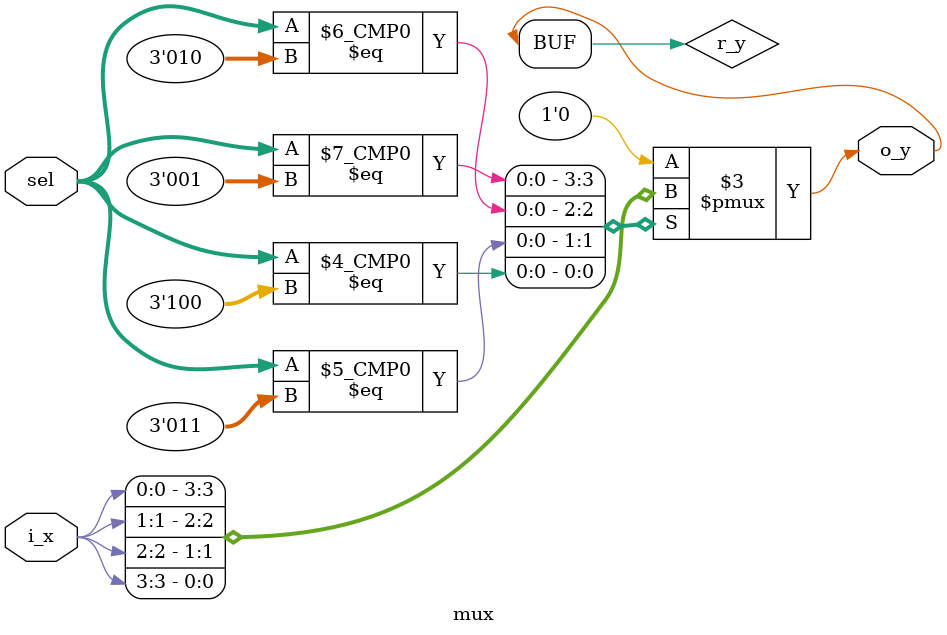
<source format=v>
`timescale 1ns / 1ps

module mux(
    input [3:0] i_x,
    input [2:0] sel,
    output o_y
    );

    reg r_y;
    assign o_y = r_y;

    always @(*) begin
        case (sel)
        3'd0 : r_y <= 1'b0;
        3'd1 : r_y <= i_x[0];
        3'd2 : r_y <= i_x[1];
        3'd3 : r_y <= i_x[2];
        3'd4 : r_y <= i_x[3];
        default : r_y <= 1'b0;
        endcase
    end

endmodule

</source>
